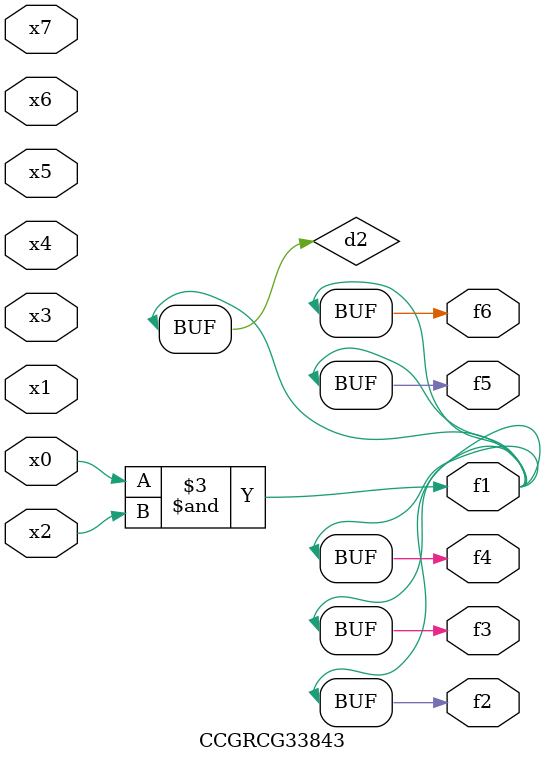
<source format=v>
module CCGRCG33843(
	input x0, x1, x2, x3, x4, x5, x6, x7,
	output f1, f2, f3, f4, f5, f6
);

	wire d1, d2;

	nor (d1, x3, x6);
	and (d2, x0, x2);
	assign f1 = d2;
	assign f2 = d2;
	assign f3 = d2;
	assign f4 = d2;
	assign f5 = d2;
	assign f6 = d2;
endmodule

</source>
